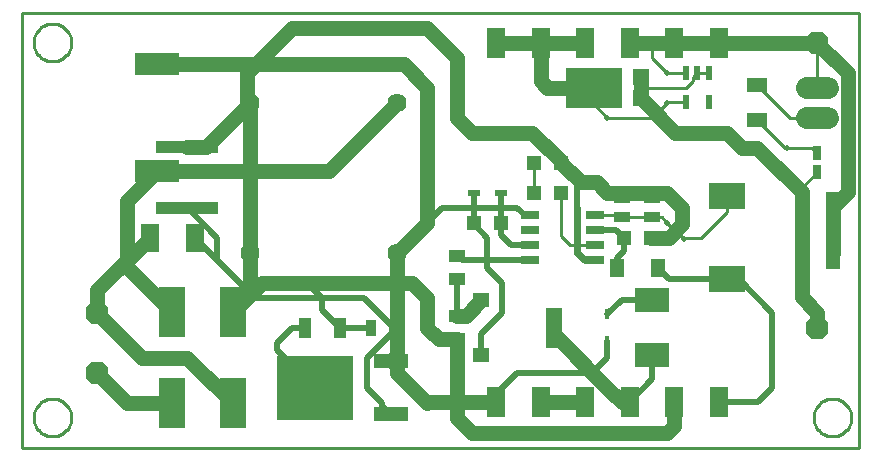
<source format=gbr>
G04 EAGLE Gerber RS-274X export*
G75*
%MOMM*%
%FSLAX34Y34*%
%LPD*%
%IN*%
%IPPOS*%
%AMOC8*
5,1,8,0,0,1.08239X$1,22.5*%
G01*
%ADD10C,0.000000*%
%ADD11R,2.300000X4.300000*%
%ADD12R,3.000000X2.000000*%
%ADD13R,1.075000X0.500000*%
%ADD14R,1.400000X1.400000*%
%ADD15R,4.860000X3.360000*%
%ADD16R,1.528000X0.650000*%
%ADD17R,0.600000X1.200000*%
%ADD18P,2.089446X8X22.500000*%
%ADD19C,1.828800*%
%ADD20R,0.750000X1.200000*%
%ADD21R,1.520000X2.500000*%
%ADD22R,1.400000X1.200000*%
%ADD23R,1.400000X3.500000*%
%ADD24R,2.850000X1.250000*%
%ADD25R,6.500000X5.500000*%
%ADD26R,1.400000X1.100000*%
%ADD27R,1.250000X1.500000*%
%ADD28R,1.150000X1.150000*%
%ADD29R,1.800000X1.200000*%
%ADD30R,0.420000X0.870000*%
%ADD31C,1.620000*%
%ADD32R,1.430000X0.940000*%
%ADD33R,1.050000X1.800000*%
%ADD34R,0.950000X1.450000*%
%ADD35R,1.220000X2.720000*%
%ADD36R,5.350000X1.060000*%
%ADD37R,1.550000X2.350000*%
%ADD38R,3.700000X1.909800*%
%ADD39R,3.150000X2.300000*%
%ADD40C,1.270000*%
%ADD41C,0.609600*%
%ADD42C,0.502400*%
%ADD43C,0.508000*%
%ADD44C,0.254000*%
%ADD45C,1.000000*%
%ADD46C,0.700000*%
%ADD47C,0.254000*%


D10*
X-12700Y0D02*
X695200Y0D01*
X695200Y368200D01*
X-12700Y368200D01*
X-12700Y0D01*
X-3300Y342900D02*
X-3295Y343293D01*
X-3281Y343685D01*
X-3257Y344077D01*
X-3223Y344468D01*
X-3180Y344859D01*
X-3127Y345248D01*
X-3064Y345635D01*
X-2993Y346021D01*
X-2911Y346406D01*
X-2821Y346788D01*
X-2720Y347167D01*
X-2611Y347545D01*
X-2492Y347919D01*
X-2365Y348290D01*
X-2228Y348658D01*
X-2082Y349023D01*
X-1927Y349384D01*
X-1764Y349741D01*
X-1592Y350094D01*
X-1411Y350442D01*
X-1221Y350786D01*
X-1024Y351126D01*
X-818Y351460D01*
X-604Y351789D01*
X-381Y352113D01*
X-151Y352431D01*
X86Y352744D01*
X332Y353050D01*
X585Y353351D01*
X845Y353645D01*
X1112Y353933D01*
X1386Y354214D01*
X1667Y354488D01*
X1955Y354755D01*
X2249Y355015D01*
X2550Y355268D01*
X2856Y355514D01*
X3169Y355751D01*
X3487Y355981D01*
X3811Y356204D01*
X4140Y356418D01*
X4474Y356624D01*
X4814Y356821D01*
X5158Y357011D01*
X5506Y357192D01*
X5859Y357364D01*
X6216Y357527D01*
X6577Y357682D01*
X6942Y357828D01*
X7310Y357965D01*
X7681Y358092D01*
X8055Y358211D01*
X8433Y358320D01*
X8812Y358421D01*
X9194Y358511D01*
X9579Y358593D01*
X9965Y358664D01*
X10352Y358727D01*
X10741Y358780D01*
X11132Y358823D01*
X11523Y358857D01*
X11915Y358881D01*
X12307Y358895D01*
X12700Y358900D01*
X13093Y358895D01*
X13485Y358881D01*
X13877Y358857D01*
X14268Y358823D01*
X14659Y358780D01*
X15048Y358727D01*
X15435Y358664D01*
X15821Y358593D01*
X16206Y358511D01*
X16588Y358421D01*
X16967Y358320D01*
X17345Y358211D01*
X17719Y358092D01*
X18090Y357965D01*
X18458Y357828D01*
X18823Y357682D01*
X19184Y357527D01*
X19541Y357364D01*
X19894Y357192D01*
X20242Y357011D01*
X20586Y356821D01*
X20926Y356624D01*
X21260Y356418D01*
X21589Y356204D01*
X21913Y355981D01*
X22231Y355751D01*
X22544Y355514D01*
X22850Y355268D01*
X23151Y355015D01*
X23445Y354755D01*
X23733Y354488D01*
X24014Y354214D01*
X24288Y353933D01*
X24555Y353645D01*
X24815Y353351D01*
X25068Y353050D01*
X25314Y352744D01*
X25551Y352431D01*
X25781Y352113D01*
X26004Y351789D01*
X26218Y351460D01*
X26424Y351126D01*
X26621Y350786D01*
X26811Y350442D01*
X26992Y350094D01*
X27164Y349741D01*
X27327Y349384D01*
X27482Y349023D01*
X27628Y348658D01*
X27765Y348290D01*
X27892Y347919D01*
X28011Y347545D01*
X28120Y347167D01*
X28221Y346788D01*
X28311Y346406D01*
X28393Y346021D01*
X28464Y345635D01*
X28527Y345248D01*
X28580Y344859D01*
X28623Y344468D01*
X28657Y344077D01*
X28681Y343685D01*
X28695Y343293D01*
X28700Y342900D01*
X28695Y342507D01*
X28681Y342115D01*
X28657Y341723D01*
X28623Y341332D01*
X28580Y340941D01*
X28527Y340552D01*
X28464Y340165D01*
X28393Y339779D01*
X28311Y339394D01*
X28221Y339012D01*
X28120Y338633D01*
X28011Y338255D01*
X27892Y337881D01*
X27765Y337510D01*
X27628Y337142D01*
X27482Y336777D01*
X27327Y336416D01*
X27164Y336059D01*
X26992Y335706D01*
X26811Y335358D01*
X26621Y335014D01*
X26424Y334674D01*
X26218Y334340D01*
X26004Y334011D01*
X25781Y333687D01*
X25551Y333369D01*
X25314Y333056D01*
X25068Y332750D01*
X24815Y332449D01*
X24555Y332155D01*
X24288Y331867D01*
X24014Y331586D01*
X23733Y331312D01*
X23445Y331045D01*
X23151Y330785D01*
X22850Y330532D01*
X22544Y330286D01*
X22231Y330049D01*
X21913Y329819D01*
X21589Y329596D01*
X21260Y329382D01*
X20926Y329176D01*
X20586Y328979D01*
X20242Y328789D01*
X19894Y328608D01*
X19541Y328436D01*
X19184Y328273D01*
X18823Y328118D01*
X18458Y327972D01*
X18090Y327835D01*
X17719Y327708D01*
X17345Y327589D01*
X16967Y327480D01*
X16588Y327379D01*
X16206Y327289D01*
X15821Y327207D01*
X15435Y327136D01*
X15048Y327073D01*
X14659Y327020D01*
X14268Y326977D01*
X13877Y326943D01*
X13485Y326919D01*
X13093Y326905D01*
X12700Y326900D01*
X12307Y326905D01*
X11915Y326919D01*
X11523Y326943D01*
X11132Y326977D01*
X10741Y327020D01*
X10352Y327073D01*
X9965Y327136D01*
X9579Y327207D01*
X9194Y327289D01*
X8812Y327379D01*
X8433Y327480D01*
X8055Y327589D01*
X7681Y327708D01*
X7310Y327835D01*
X6942Y327972D01*
X6577Y328118D01*
X6216Y328273D01*
X5859Y328436D01*
X5506Y328608D01*
X5158Y328789D01*
X4814Y328979D01*
X4474Y329176D01*
X4140Y329382D01*
X3811Y329596D01*
X3487Y329819D01*
X3169Y330049D01*
X2856Y330286D01*
X2550Y330532D01*
X2249Y330785D01*
X1955Y331045D01*
X1667Y331312D01*
X1386Y331586D01*
X1112Y331867D01*
X845Y332155D01*
X585Y332449D01*
X332Y332750D01*
X86Y333056D01*
X-151Y333369D01*
X-381Y333687D01*
X-604Y334011D01*
X-818Y334340D01*
X-1024Y334674D01*
X-1221Y335014D01*
X-1411Y335358D01*
X-1592Y335706D01*
X-1764Y336059D01*
X-1927Y336416D01*
X-2082Y336777D01*
X-2228Y337142D01*
X-2365Y337510D01*
X-2492Y337881D01*
X-2611Y338255D01*
X-2720Y338633D01*
X-2821Y339012D01*
X-2911Y339394D01*
X-2993Y339779D01*
X-3064Y340165D01*
X-3127Y340552D01*
X-3180Y340941D01*
X-3223Y341332D01*
X-3257Y341723D01*
X-3281Y342115D01*
X-3295Y342507D01*
X-3300Y342900D01*
X657100Y25400D02*
X657105Y25793D01*
X657119Y26185D01*
X657143Y26577D01*
X657177Y26968D01*
X657220Y27359D01*
X657273Y27748D01*
X657336Y28135D01*
X657407Y28521D01*
X657489Y28906D01*
X657579Y29288D01*
X657680Y29667D01*
X657789Y30045D01*
X657908Y30419D01*
X658035Y30790D01*
X658172Y31158D01*
X658318Y31523D01*
X658473Y31884D01*
X658636Y32241D01*
X658808Y32594D01*
X658989Y32942D01*
X659179Y33286D01*
X659376Y33626D01*
X659582Y33960D01*
X659796Y34289D01*
X660019Y34613D01*
X660249Y34931D01*
X660486Y35244D01*
X660732Y35550D01*
X660985Y35851D01*
X661245Y36145D01*
X661512Y36433D01*
X661786Y36714D01*
X662067Y36988D01*
X662355Y37255D01*
X662649Y37515D01*
X662950Y37768D01*
X663256Y38014D01*
X663569Y38251D01*
X663887Y38481D01*
X664211Y38704D01*
X664540Y38918D01*
X664874Y39124D01*
X665214Y39321D01*
X665558Y39511D01*
X665906Y39692D01*
X666259Y39864D01*
X666616Y40027D01*
X666977Y40182D01*
X667342Y40328D01*
X667710Y40465D01*
X668081Y40592D01*
X668455Y40711D01*
X668833Y40820D01*
X669212Y40921D01*
X669594Y41011D01*
X669979Y41093D01*
X670365Y41164D01*
X670752Y41227D01*
X671141Y41280D01*
X671532Y41323D01*
X671923Y41357D01*
X672315Y41381D01*
X672707Y41395D01*
X673100Y41400D01*
X673493Y41395D01*
X673885Y41381D01*
X674277Y41357D01*
X674668Y41323D01*
X675059Y41280D01*
X675448Y41227D01*
X675835Y41164D01*
X676221Y41093D01*
X676606Y41011D01*
X676988Y40921D01*
X677367Y40820D01*
X677745Y40711D01*
X678119Y40592D01*
X678490Y40465D01*
X678858Y40328D01*
X679223Y40182D01*
X679584Y40027D01*
X679941Y39864D01*
X680294Y39692D01*
X680642Y39511D01*
X680986Y39321D01*
X681326Y39124D01*
X681660Y38918D01*
X681989Y38704D01*
X682313Y38481D01*
X682631Y38251D01*
X682944Y38014D01*
X683250Y37768D01*
X683551Y37515D01*
X683845Y37255D01*
X684133Y36988D01*
X684414Y36714D01*
X684688Y36433D01*
X684955Y36145D01*
X685215Y35851D01*
X685468Y35550D01*
X685714Y35244D01*
X685951Y34931D01*
X686181Y34613D01*
X686404Y34289D01*
X686618Y33960D01*
X686824Y33626D01*
X687021Y33286D01*
X687211Y32942D01*
X687392Y32594D01*
X687564Y32241D01*
X687727Y31884D01*
X687882Y31523D01*
X688028Y31158D01*
X688165Y30790D01*
X688292Y30419D01*
X688411Y30045D01*
X688520Y29667D01*
X688621Y29288D01*
X688711Y28906D01*
X688793Y28521D01*
X688864Y28135D01*
X688927Y27748D01*
X688980Y27359D01*
X689023Y26968D01*
X689057Y26577D01*
X689081Y26185D01*
X689095Y25793D01*
X689100Y25400D01*
X689095Y25007D01*
X689081Y24615D01*
X689057Y24223D01*
X689023Y23832D01*
X688980Y23441D01*
X688927Y23052D01*
X688864Y22665D01*
X688793Y22279D01*
X688711Y21894D01*
X688621Y21512D01*
X688520Y21133D01*
X688411Y20755D01*
X688292Y20381D01*
X688165Y20010D01*
X688028Y19642D01*
X687882Y19277D01*
X687727Y18916D01*
X687564Y18559D01*
X687392Y18206D01*
X687211Y17858D01*
X687021Y17514D01*
X686824Y17174D01*
X686618Y16840D01*
X686404Y16511D01*
X686181Y16187D01*
X685951Y15869D01*
X685714Y15556D01*
X685468Y15250D01*
X685215Y14949D01*
X684955Y14655D01*
X684688Y14367D01*
X684414Y14086D01*
X684133Y13812D01*
X683845Y13545D01*
X683551Y13285D01*
X683250Y13032D01*
X682944Y12786D01*
X682631Y12549D01*
X682313Y12319D01*
X681989Y12096D01*
X681660Y11882D01*
X681326Y11676D01*
X680986Y11479D01*
X680642Y11289D01*
X680294Y11108D01*
X679941Y10936D01*
X679584Y10773D01*
X679223Y10618D01*
X678858Y10472D01*
X678490Y10335D01*
X678119Y10208D01*
X677745Y10089D01*
X677367Y9980D01*
X676988Y9879D01*
X676606Y9789D01*
X676221Y9707D01*
X675835Y9636D01*
X675448Y9573D01*
X675059Y9520D01*
X674668Y9477D01*
X674277Y9443D01*
X673885Y9419D01*
X673493Y9405D01*
X673100Y9400D01*
X672707Y9405D01*
X672315Y9419D01*
X671923Y9443D01*
X671532Y9477D01*
X671141Y9520D01*
X670752Y9573D01*
X670365Y9636D01*
X669979Y9707D01*
X669594Y9789D01*
X669212Y9879D01*
X668833Y9980D01*
X668455Y10089D01*
X668081Y10208D01*
X667710Y10335D01*
X667342Y10472D01*
X666977Y10618D01*
X666616Y10773D01*
X666259Y10936D01*
X665906Y11108D01*
X665558Y11289D01*
X665214Y11479D01*
X664874Y11676D01*
X664540Y11882D01*
X664211Y12096D01*
X663887Y12319D01*
X663569Y12549D01*
X663256Y12786D01*
X662950Y13032D01*
X662649Y13285D01*
X662355Y13545D01*
X662067Y13812D01*
X661786Y14086D01*
X661512Y14367D01*
X661245Y14655D01*
X660985Y14949D01*
X660732Y15250D01*
X660486Y15556D01*
X660249Y15869D01*
X660019Y16187D01*
X659796Y16511D01*
X659582Y16840D01*
X659376Y17174D01*
X659179Y17514D01*
X658989Y17858D01*
X658808Y18206D01*
X658636Y18559D01*
X658473Y18916D01*
X658318Y19277D01*
X658172Y19642D01*
X658035Y20010D01*
X657908Y20381D01*
X657789Y20755D01*
X657680Y21133D01*
X657579Y21512D01*
X657489Y21894D01*
X657407Y22279D01*
X657336Y22665D01*
X657273Y23052D01*
X657220Y23441D01*
X657177Y23832D01*
X657143Y24223D01*
X657119Y24615D01*
X657105Y25007D01*
X657100Y25400D01*
X-3300Y25400D02*
X-3295Y25793D01*
X-3281Y26185D01*
X-3257Y26577D01*
X-3223Y26968D01*
X-3180Y27359D01*
X-3127Y27748D01*
X-3064Y28135D01*
X-2993Y28521D01*
X-2911Y28906D01*
X-2821Y29288D01*
X-2720Y29667D01*
X-2611Y30045D01*
X-2492Y30419D01*
X-2365Y30790D01*
X-2228Y31158D01*
X-2082Y31523D01*
X-1927Y31884D01*
X-1764Y32241D01*
X-1592Y32594D01*
X-1411Y32942D01*
X-1221Y33286D01*
X-1024Y33626D01*
X-818Y33960D01*
X-604Y34289D01*
X-381Y34613D01*
X-151Y34931D01*
X86Y35244D01*
X332Y35550D01*
X585Y35851D01*
X845Y36145D01*
X1112Y36433D01*
X1386Y36714D01*
X1667Y36988D01*
X1955Y37255D01*
X2249Y37515D01*
X2550Y37768D01*
X2856Y38014D01*
X3169Y38251D01*
X3487Y38481D01*
X3811Y38704D01*
X4140Y38918D01*
X4474Y39124D01*
X4814Y39321D01*
X5158Y39511D01*
X5506Y39692D01*
X5859Y39864D01*
X6216Y40027D01*
X6577Y40182D01*
X6942Y40328D01*
X7310Y40465D01*
X7681Y40592D01*
X8055Y40711D01*
X8433Y40820D01*
X8812Y40921D01*
X9194Y41011D01*
X9579Y41093D01*
X9965Y41164D01*
X10352Y41227D01*
X10741Y41280D01*
X11132Y41323D01*
X11523Y41357D01*
X11915Y41381D01*
X12307Y41395D01*
X12700Y41400D01*
X13093Y41395D01*
X13485Y41381D01*
X13877Y41357D01*
X14268Y41323D01*
X14659Y41280D01*
X15048Y41227D01*
X15435Y41164D01*
X15821Y41093D01*
X16206Y41011D01*
X16588Y40921D01*
X16967Y40820D01*
X17345Y40711D01*
X17719Y40592D01*
X18090Y40465D01*
X18458Y40328D01*
X18823Y40182D01*
X19184Y40027D01*
X19541Y39864D01*
X19894Y39692D01*
X20242Y39511D01*
X20586Y39321D01*
X20926Y39124D01*
X21260Y38918D01*
X21589Y38704D01*
X21913Y38481D01*
X22231Y38251D01*
X22544Y38014D01*
X22850Y37768D01*
X23151Y37515D01*
X23445Y37255D01*
X23733Y36988D01*
X24014Y36714D01*
X24288Y36433D01*
X24555Y36145D01*
X24815Y35851D01*
X25068Y35550D01*
X25314Y35244D01*
X25551Y34931D01*
X25781Y34613D01*
X26004Y34289D01*
X26218Y33960D01*
X26424Y33626D01*
X26621Y33286D01*
X26811Y32942D01*
X26992Y32594D01*
X27164Y32241D01*
X27327Y31884D01*
X27482Y31523D01*
X27628Y31158D01*
X27765Y30790D01*
X27892Y30419D01*
X28011Y30045D01*
X28120Y29667D01*
X28221Y29288D01*
X28311Y28906D01*
X28393Y28521D01*
X28464Y28135D01*
X28527Y27748D01*
X28580Y27359D01*
X28623Y26968D01*
X28657Y26577D01*
X28681Y26185D01*
X28695Y25793D01*
X28700Y25400D01*
X28695Y25007D01*
X28681Y24615D01*
X28657Y24223D01*
X28623Y23832D01*
X28580Y23441D01*
X28527Y23052D01*
X28464Y22665D01*
X28393Y22279D01*
X28311Y21894D01*
X28221Y21512D01*
X28120Y21133D01*
X28011Y20755D01*
X27892Y20381D01*
X27765Y20010D01*
X27628Y19642D01*
X27482Y19277D01*
X27327Y18916D01*
X27164Y18559D01*
X26992Y18206D01*
X26811Y17858D01*
X26621Y17514D01*
X26424Y17174D01*
X26218Y16840D01*
X26004Y16511D01*
X25781Y16187D01*
X25551Y15869D01*
X25314Y15556D01*
X25068Y15250D01*
X24815Y14949D01*
X24555Y14655D01*
X24288Y14367D01*
X24014Y14086D01*
X23733Y13812D01*
X23445Y13545D01*
X23151Y13285D01*
X22850Y13032D01*
X22544Y12786D01*
X22231Y12549D01*
X21913Y12319D01*
X21589Y12096D01*
X21260Y11882D01*
X20926Y11676D01*
X20586Y11479D01*
X20242Y11289D01*
X19894Y11108D01*
X19541Y10936D01*
X19184Y10773D01*
X18823Y10618D01*
X18458Y10472D01*
X18090Y10335D01*
X17719Y10208D01*
X17345Y10089D01*
X16967Y9980D01*
X16588Y9879D01*
X16206Y9789D01*
X15821Y9707D01*
X15435Y9636D01*
X15048Y9573D01*
X14659Y9520D01*
X14268Y9477D01*
X13877Y9443D01*
X13485Y9419D01*
X13093Y9405D01*
X12700Y9400D01*
X12307Y9405D01*
X11915Y9419D01*
X11523Y9443D01*
X11132Y9477D01*
X10741Y9520D01*
X10352Y9573D01*
X9965Y9636D01*
X9579Y9707D01*
X9194Y9789D01*
X8812Y9879D01*
X8433Y9980D01*
X8055Y10089D01*
X7681Y10208D01*
X7310Y10335D01*
X6942Y10472D01*
X6577Y10618D01*
X6216Y10773D01*
X5859Y10936D01*
X5506Y11108D01*
X5158Y11289D01*
X4814Y11479D01*
X4474Y11676D01*
X4140Y11882D01*
X3811Y12096D01*
X3487Y12319D01*
X3169Y12549D01*
X2856Y12786D01*
X2550Y13032D01*
X2249Y13285D01*
X1955Y13545D01*
X1667Y13812D01*
X1386Y14086D01*
X1112Y14367D01*
X845Y14655D01*
X585Y14949D01*
X332Y15250D01*
X86Y15556D01*
X-151Y15869D01*
X-381Y16187D01*
X-604Y16511D01*
X-818Y16840D01*
X-1024Y17174D01*
X-1221Y17514D01*
X-1411Y17858D01*
X-1592Y18206D01*
X-1764Y18559D01*
X-1927Y18916D01*
X-2082Y19277D01*
X-2228Y19642D01*
X-2365Y20010D01*
X-2492Y20381D01*
X-2611Y20755D01*
X-2720Y21133D01*
X-2821Y21512D01*
X-2911Y21894D01*
X-2993Y22279D01*
X-3064Y22665D01*
X-3127Y23052D01*
X-3180Y23441D01*
X-3223Y23832D01*
X-3257Y24223D01*
X-3281Y24615D01*
X-3295Y25007D01*
X-3300Y25400D01*
D11*
X114200Y114700D03*
X114200Y37700D03*
X165200Y37700D03*
X165200Y114700D03*
D12*
X520700Y124850D03*
X520700Y78350D03*
D13*
X369500Y215900D03*
X392500Y215900D03*
D14*
X511150Y295600D03*
X511150Y314000D03*
D15*
X471350Y304800D03*
D16*
X471610Y196850D03*
X471610Y184150D03*
X471610Y171450D03*
X471610Y158750D03*
X417390Y158750D03*
X417390Y171450D03*
X417390Y184150D03*
X417390Y196850D03*
D17*
X549300Y317300D03*
X558800Y317300D03*
X568300Y317300D03*
X568300Y292300D03*
X549300Y292300D03*
D18*
X50800Y114300D03*
X50800Y63500D03*
D19*
X651256Y304800D02*
X669544Y304800D01*
X669544Y279400D02*
X651256Y279400D01*
D20*
X660400Y233300D03*
X660400Y249300D03*
D21*
X388600Y38600D03*
X426200Y38600D03*
X463800Y38600D03*
X501400Y38600D03*
X539000Y38600D03*
X576600Y38600D03*
X576600Y342400D03*
X539000Y342400D03*
X501400Y342400D03*
X463800Y342400D03*
X426200Y342400D03*
X388600Y342400D03*
D22*
X375400Y78600D03*
D23*
X437400Y101600D03*
D22*
X375400Y124600D03*
D24*
X299100Y28000D03*
D25*
X235100Y50800D03*
D24*
X299100Y73600D03*
D26*
X355600Y111600D03*
X355600Y91600D03*
X355600Y142400D03*
X355600Y162400D03*
D27*
X525250Y152400D03*
X490750Y152400D03*
D28*
X496250Y177800D03*
X519750Y177800D03*
X392750Y190500D03*
X369250Y190500D03*
D29*
X609600Y277100D03*
X609600Y307100D03*
D28*
X443550Y215900D03*
X420050Y215900D03*
X420050Y241300D03*
X443550Y241300D03*
D30*
X482600Y112850D03*
X482600Y90350D03*
D31*
X304800Y165100D03*
X179800Y165100D03*
D32*
X495300Y195000D03*
X495300Y211400D03*
X520700Y195000D03*
X520700Y211400D03*
D33*
X226300Y101600D03*
X256300Y101600D03*
D34*
X302100Y101600D03*
X282100Y101600D03*
D35*
X673900Y203200D03*
X646900Y203200D03*
X673900Y165100D03*
X646900Y165100D03*
D36*
X127000Y202600D03*
X127000Y254600D03*
D37*
X133300Y177800D03*
X95300Y177800D03*
D18*
X660400Y342900D03*
X660400Y101600D03*
D31*
X304800Y292100D03*
X179800Y292100D03*
D38*
X101600Y234449D03*
X101600Y324351D03*
D39*
X584200Y212800D03*
X584200Y142800D03*
D40*
X539000Y38600D02*
X539000Y18300D01*
X533400Y12700D01*
X419100Y266700D02*
X368300Y266700D01*
X355600Y279400D01*
X355600Y330200D01*
D41*
X463550Y158750D02*
X471610Y158750D01*
X463550Y158750D02*
X457200Y165100D01*
D42*
X457200Y165100D03*
D41*
X457200Y203200D01*
D42*
X457200Y203200D03*
D40*
X473582Y224790D02*
X482472Y215900D01*
X460060Y224790D02*
X443550Y241300D01*
X460060Y224790D02*
X473582Y224790D01*
X443550Y241300D02*
X443550Y242250D01*
X419100Y266700D01*
D43*
X457200Y221930D02*
X457200Y203200D01*
X457200Y221930D02*
X460060Y224790D01*
D40*
X482472Y215900D02*
X533400Y215900D01*
X546100Y203200D01*
X546100Y188871D02*
X535029Y177800D01*
X519750Y177800D01*
X546100Y188871D02*
X546100Y203200D01*
D43*
X282100Y101600D02*
X256300Y101600D01*
X254000Y103900D01*
D40*
X179800Y129300D02*
X165200Y114700D01*
X179800Y129300D02*
X179800Y165100D01*
X520700Y12700D02*
X533400Y12700D01*
D42*
X520700Y12700D03*
D40*
X368300Y12700D01*
X355600Y25400D01*
X355600Y91600D01*
X340200Y91600D01*
X330200Y101600D01*
X330200Y127000D01*
X317500Y139700D01*
X190200Y139700D02*
X165200Y114700D01*
X228600Y139700D02*
X317500Y139700D01*
X228600Y139700D02*
X190200Y139700D01*
D43*
X241300Y116600D02*
X256300Y101600D01*
X241300Y116600D02*
X241300Y127000D01*
X228600Y139700D01*
D40*
X355600Y330200D02*
X330200Y355600D01*
X215900Y355600D01*
X177800Y317500D01*
X177800Y294100D01*
X179800Y292100D01*
X179800Y165100D01*
X142300Y254600D02*
X127000Y254600D01*
X142300Y254600D02*
X179800Y292100D01*
X126700Y76200D02*
X165200Y37700D01*
X126700Y76200D02*
X88900Y76200D01*
X50800Y114300D01*
X50800Y133300D02*
X95300Y177800D01*
X50800Y133300D02*
X50800Y114300D01*
X113800Y38100D02*
X114200Y37700D01*
X113800Y38100D02*
X76200Y38100D01*
X50800Y63500D01*
D43*
X482600Y76200D02*
X482600Y90350D01*
D42*
X482600Y76200D03*
D43*
X469900Y63500D01*
X406400Y63500D02*
X388600Y45700D01*
X388600Y38600D01*
X406400Y63500D02*
X469900Y63500D01*
D40*
X388600Y38600D02*
X330700Y38600D01*
X330200Y38100D01*
X304800Y63500D01*
X304800Y76200D01*
X304800Y165100D01*
X301700Y76200D02*
X299100Y73600D01*
X301700Y76200D02*
X304800Y76200D01*
D43*
X412750Y196850D02*
X417390Y196850D01*
X412750Y196850D02*
X406400Y203200D01*
D42*
X406400Y203200D03*
D43*
X342900Y203200D01*
X304800Y165100D01*
D40*
X310649Y324351D02*
X101600Y324351D01*
X310649Y324351D02*
X330200Y304800D01*
X330200Y190500D01*
X304800Y165100D01*
X426200Y38600D02*
X463800Y38600D01*
X426200Y342400D02*
X388600Y342400D01*
X426200Y342400D02*
X463800Y342400D01*
X426200Y342400D02*
X426200Y310400D01*
X431800Y304800D01*
D42*
X431800Y304800D03*
D40*
X457200Y304800D01*
D44*
X533600Y292300D02*
X549300Y292300D01*
X533600Y292300D02*
X533400Y292100D01*
D42*
X533400Y292100D03*
D44*
X520700Y279400D01*
D42*
X482600Y279400D03*
D44*
X471350Y290650D01*
X471350Y304800D01*
X482600Y279400D02*
X520700Y279400D01*
D40*
X520700Y342400D02*
X501400Y342400D01*
X520700Y342400D02*
X539000Y342400D01*
X576600Y342400D01*
X577100Y342900D01*
X660400Y342900D01*
D44*
X549300Y317300D02*
X549100Y317500D01*
X533400Y317500D01*
D42*
X533400Y317500D03*
D44*
X520700Y330200D01*
X520700Y342400D01*
X660400Y342900D02*
X660400Y304800D01*
D40*
X673900Y203200D02*
X673900Y165100D01*
X673900Y203200D02*
X673900Y204000D01*
X686308Y216408D02*
X686308Y316992D01*
X660400Y342900D01*
X686308Y216408D02*
X673900Y204000D01*
X437400Y101600D02*
X437400Y96000D01*
X482600Y50800D01*
X494800Y38600D02*
X501400Y38600D01*
X494800Y38600D02*
X482600Y50800D01*
D45*
X482600Y50800D03*
D43*
X501400Y38600D02*
X520700Y57900D01*
X520700Y63500D01*
D42*
X520700Y63500D03*
D43*
X520700Y78350D01*
X369500Y215900D02*
X369250Y215650D01*
X369250Y190500D01*
X375400Y96000D02*
X375400Y78600D01*
X393700Y114300D02*
X393700Y139700D01*
D42*
X393700Y139700D03*
D43*
X381000Y152400D01*
X381000Y177800D01*
D42*
X381000Y177800D03*
D43*
X369250Y189550D01*
X369250Y190500D01*
X393700Y114300D02*
X375400Y96000D01*
D40*
X362400Y111600D02*
X375400Y124600D01*
X362400Y111600D02*
X355600Y111600D01*
D43*
X355600Y142400D01*
X359250Y158750D02*
X417390Y158750D01*
X359250Y158750D02*
X355600Y162400D01*
X235100Y50800D02*
X203200Y82700D01*
X203200Y88900D01*
D42*
X203200Y88900D03*
D43*
X215900Y101600D01*
X226300Y101600D01*
D44*
X471610Y196850D02*
X493450Y196850D01*
X495300Y195000D01*
X520700Y195000D01*
X528900Y195000D01*
X533400Y190500D01*
D42*
X533400Y190500D03*
D44*
X546851Y177049D02*
X547729Y176171D01*
D42*
X547729Y176171D03*
D44*
X533400Y190500D01*
X561849Y177049D02*
X584200Y199400D01*
X584200Y212800D01*
X561849Y177049D02*
X546851Y177049D01*
D43*
X576600Y38600D02*
X610100Y38600D01*
X622300Y50800D01*
X622300Y76200D01*
D42*
X622300Y76200D03*
D43*
X593800Y142800D02*
X584200Y142800D01*
X622300Y114300D02*
X622300Y76200D01*
X622300Y114300D02*
X593800Y142800D01*
X584200Y142800D02*
X534850Y142800D01*
X525250Y152400D01*
X520700Y124850D02*
X494600Y124850D01*
X482600Y112850D01*
X489900Y184150D02*
X471610Y184150D01*
X489900Y184150D02*
X496250Y177800D01*
X490750Y160550D02*
X490750Y152400D01*
X496250Y166050D02*
X496250Y177800D01*
X496250Y166050D02*
X490750Y160550D01*
X392750Y190500D02*
X392750Y215650D01*
X392500Y215900D01*
X401112Y171450D02*
X417390Y171450D01*
X401112Y171450D02*
X392750Y179812D01*
X392750Y190500D01*
D40*
X511150Y304800D02*
X511150Y314000D01*
X511150Y304800D02*
X511150Y295600D01*
D44*
X558800Y317300D02*
X568300Y317300D01*
X558800Y317300D02*
X554840Y313340D01*
X554840Y310248D01*
X549392Y304800D01*
X511150Y304800D01*
D40*
X511150Y295600D02*
X540050Y266700D01*
X646900Y203200D02*
X646900Y165100D01*
X646900Y127800D01*
X660400Y114300D02*
X660400Y101600D01*
X660400Y114300D02*
X646900Y127800D01*
X584200Y266700D02*
X540050Y266700D01*
X646900Y216700D02*
X646900Y203200D01*
X609600Y254000D02*
X596900Y254000D01*
X584200Y266700D01*
X609600Y254000D02*
X646900Y216700D01*
D44*
X646900Y219800D02*
X660400Y233300D01*
X646900Y219800D02*
X646900Y216700D01*
D46*
X584200Y266700D03*
D44*
X609600Y277100D02*
X632700Y254000D01*
X635000Y254000D01*
D42*
X635000Y254000D03*
D44*
X655700Y254000D01*
X660400Y249300D01*
X420050Y241300D02*
X420050Y215900D01*
X443550Y215900D02*
X443550Y178750D01*
X450850Y171450D02*
X471610Y171450D01*
X450850Y171450D02*
X443550Y178750D01*
X637300Y279400D02*
X660400Y279400D01*
X637300Y279400D02*
X609600Y307100D01*
D43*
X299100Y28000D02*
X292100Y35000D01*
X292100Y38100D01*
D42*
X292100Y38100D03*
D43*
X279400Y50800D01*
X279400Y76200D01*
X302100Y98900D02*
X302100Y101600D01*
X302100Y98900D02*
X279400Y76200D01*
X302100Y101600D02*
X276700Y127000D01*
X266700Y127000D01*
D42*
X266700Y127000D03*
D43*
X184100Y127000D01*
X155550Y155550D01*
X152400Y158700D02*
X133300Y177800D01*
X152400Y158700D02*
X155550Y155550D01*
X152400Y158700D02*
X152400Y177800D01*
D42*
X152400Y177800D03*
D43*
X127600Y202600D01*
X127000Y202600D01*
D40*
X76200Y152700D02*
X114200Y114700D01*
D42*
X76200Y203200D03*
D40*
X76200Y209049D01*
X101600Y234449D01*
X76200Y203200D02*
X76200Y152700D01*
X101600Y234449D02*
X247149Y234449D01*
X304800Y292100D01*
D47*
X-12700Y0D02*
X695200Y0D01*
X695200Y368200D01*
X-12700Y368200D01*
X-12700Y0D01*
X28700Y342376D02*
X28632Y341331D01*
X28495Y340292D01*
X28290Y339265D01*
X28019Y338253D01*
X27683Y337261D01*
X27282Y336293D01*
X26818Y335354D01*
X26295Y334446D01*
X25713Y333575D01*
X25075Y332744D01*
X24384Y331957D01*
X23643Y331216D01*
X22856Y330525D01*
X22025Y329888D01*
X21154Y329306D01*
X20246Y328782D01*
X19307Y328318D01*
X18339Y327917D01*
X17347Y327581D01*
X16335Y327310D01*
X15308Y327105D01*
X14269Y326969D01*
X13224Y326900D01*
X12176Y326900D01*
X11131Y326969D01*
X10092Y327105D01*
X9065Y327310D01*
X8053Y327581D01*
X7061Y327917D01*
X6093Y328318D01*
X5154Y328782D01*
X4246Y329306D01*
X3375Y329888D01*
X2544Y330525D01*
X1757Y331216D01*
X1016Y331957D01*
X325Y332744D01*
X-313Y333575D01*
X-895Y334446D01*
X-1418Y335354D01*
X-1882Y336293D01*
X-2283Y337261D01*
X-2619Y338253D01*
X-2890Y339265D01*
X-3095Y340292D01*
X-3232Y341331D01*
X-3300Y342376D01*
X-3300Y343424D01*
X-3232Y344469D01*
X-3095Y345508D01*
X-2890Y346535D01*
X-2619Y347547D01*
X-2283Y348539D01*
X-1882Y349507D01*
X-1418Y350446D01*
X-895Y351354D01*
X-313Y352225D01*
X325Y353056D01*
X1016Y353843D01*
X1757Y354584D01*
X2544Y355275D01*
X3375Y355913D01*
X4246Y356495D01*
X5154Y357018D01*
X6093Y357482D01*
X7061Y357883D01*
X8053Y358219D01*
X9065Y358490D01*
X10092Y358695D01*
X11131Y358832D01*
X12176Y358900D01*
X13224Y358900D01*
X14269Y358832D01*
X15308Y358695D01*
X16335Y358490D01*
X17347Y358219D01*
X18339Y357883D01*
X19307Y357482D01*
X20246Y357018D01*
X21154Y356495D01*
X22025Y355913D01*
X22856Y355275D01*
X23643Y354584D01*
X24384Y353843D01*
X25075Y353056D01*
X25713Y352225D01*
X26295Y351354D01*
X26818Y350446D01*
X27282Y349507D01*
X27683Y348539D01*
X28019Y347547D01*
X28290Y346535D01*
X28495Y345508D01*
X28632Y344469D01*
X28700Y343424D01*
X28700Y342376D01*
X689100Y24876D02*
X689032Y23831D01*
X688895Y22792D01*
X688690Y21765D01*
X688419Y20753D01*
X688083Y19761D01*
X687682Y18793D01*
X687218Y17854D01*
X686695Y16946D01*
X686113Y16075D01*
X685475Y15244D01*
X684784Y14457D01*
X684043Y13716D01*
X683256Y13025D01*
X682425Y12388D01*
X681554Y11806D01*
X680646Y11282D01*
X679707Y10818D01*
X678739Y10417D01*
X677747Y10081D01*
X676735Y9810D01*
X675708Y9605D01*
X674669Y9469D01*
X673624Y9400D01*
X672576Y9400D01*
X671531Y9469D01*
X670492Y9605D01*
X669465Y9810D01*
X668453Y10081D01*
X667461Y10417D01*
X666493Y10818D01*
X665554Y11282D01*
X664646Y11806D01*
X663775Y12388D01*
X662944Y13025D01*
X662157Y13716D01*
X661416Y14457D01*
X660725Y15244D01*
X660088Y16075D01*
X659506Y16946D01*
X658982Y17854D01*
X658518Y18793D01*
X658117Y19761D01*
X657781Y20753D01*
X657510Y21765D01*
X657305Y22792D01*
X657169Y23831D01*
X657100Y24876D01*
X657100Y25924D01*
X657169Y26969D01*
X657305Y28008D01*
X657510Y29035D01*
X657781Y30047D01*
X658117Y31039D01*
X658518Y32007D01*
X658982Y32946D01*
X659506Y33854D01*
X660088Y34725D01*
X660725Y35556D01*
X661416Y36343D01*
X662157Y37084D01*
X662944Y37775D01*
X663775Y38413D01*
X664646Y38995D01*
X665554Y39518D01*
X666493Y39982D01*
X667461Y40383D01*
X668453Y40719D01*
X669465Y40990D01*
X670492Y41195D01*
X671531Y41332D01*
X672576Y41400D01*
X673624Y41400D01*
X674669Y41332D01*
X675708Y41195D01*
X676735Y40990D01*
X677747Y40719D01*
X678739Y40383D01*
X679707Y39982D01*
X680646Y39518D01*
X681554Y38995D01*
X682425Y38413D01*
X683256Y37775D01*
X684043Y37084D01*
X684784Y36343D01*
X685475Y35556D01*
X686113Y34725D01*
X686695Y33854D01*
X687218Y32946D01*
X687682Y32007D01*
X688083Y31039D01*
X688419Y30047D01*
X688690Y29035D01*
X688895Y28008D01*
X689032Y26969D01*
X689100Y25924D01*
X689100Y24876D01*
X28700Y24876D02*
X28632Y23831D01*
X28495Y22792D01*
X28290Y21765D01*
X28019Y20753D01*
X27683Y19761D01*
X27282Y18793D01*
X26818Y17854D01*
X26295Y16946D01*
X25713Y16075D01*
X25075Y15244D01*
X24384Y14457D01*
X23643Y13716D01*
X22856Y13025D01*
X22025Y12388D01*
X21154Y11806D01*
X20246Y11282D01*
X19307Y10818D01*
X18339Y10417D01*
X17347Y10081D01*
X16335Y9810D01*
X15308Y9605D01*
X14269Y9469D01*
X13224Y9400D01*
X12176Y9400D01*
X11131Y9469D01*
X10092Y9605D01*
X9065Y9810D01*
X8053Y10081D01*
X7061Y10417D01*
X6093Y10818D01*
X5154Y11282D01*
X4246Y11806D01*
X3375Y12388D01*
X2544Y13025D01*
X1757Y13716D01*
X1016Y14457D01*
X325Y15244D01*
X-313Y16075D01*
X-895Y16946D01*
X-1418Y17854D01*
X-1882Y18793D01*
X-2283Y19761D01*
X-2619Y20753D01*
X-2890Y21765D01*
X-3095Y22792D01*
X-3232Y23831D01*
X-3300Y24876D01*
X-3300Y25924D01*
X-3232Y26969D01*
X-3095Y28008D01*
X-2890Y29035D01*
X-2619Y30047D01*
X-2283Y31039D01*
X-1882Y32007D01*
X-1418Y32946D01*
X-895Y33854D01*
X-313Y34725D01*
X325Y35556D01*
X1016Y36343D01*
X1757Y37084D01*
X2544Y37775D01*
X3375Y38413D01*
X4246Y38995D01*
X5154Y39518D01*
X6093Y39982D01*
X7061Y40383D01*
X8053Y40719D01*
X9065Y40990D01*
X10092Y41195D01*
X11131Y41332D01*
X12176Y41400D01*
X13224Y41400D01*
X14269Y41332D01*
X15308Y41195D01*
X16335Y40990D01*
X17347Y40719D01*
X18339Y40383D01*
X19307Y39982D01*
X20246Y39518D01*
X21154Y38995D01*
X22025Y38413D01*
X22856Y37775D01*
X23643Y37084D01*
X24384Y36343D01*
X25075Y35556D01*
X25713Y34725D01*
X26295Y33854D01*
X26818Y32946D01*
X27282Y32007D01*
X27683Y31039D01*
X28019Y30047D01*
X28290Y29035D01*
X28495Y28008D01*
X28632Y26969D01*
X28700Y25924D01*
X28700Y24876D01*
M02*

</source>
